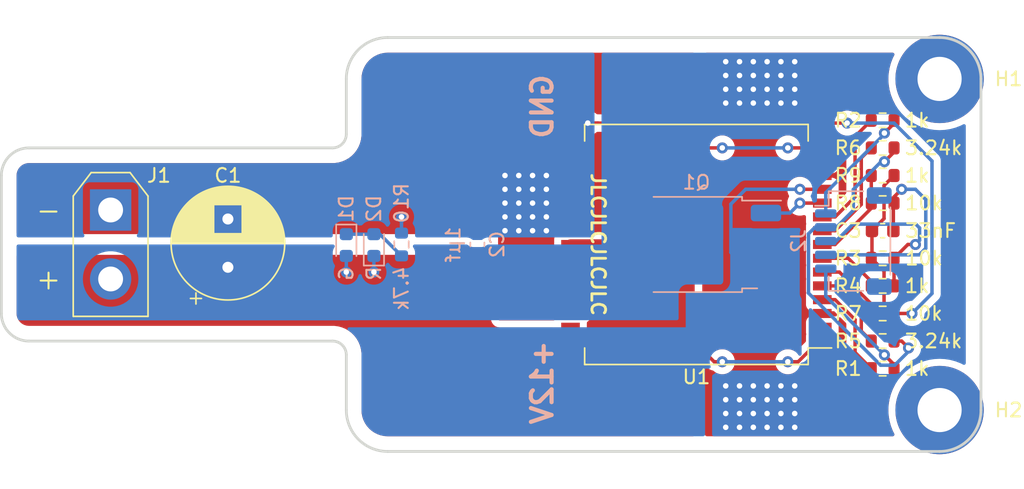
<source format=kicad_pcb>
(kicad_pcb (version 20221018) (generator pcbnew)
  (layers (0 "F.Cu" signal) (31 "B.Cu" signal) (34 "B.Paste" user) (35 "F.Paste" user) (36 "B.SilkS" user "B.Silkscreen") (37 "F.SilkS" user "F.Silkscreen") (38 "B.Mask" user) (39 "F.Mask" user) (44 "Edge.Cuts" user))
  (net 0 "")
  (net 1 "Net-(Q1-D)")
  (net 2 "GND")
  (net 3 "/CS")
  (net 4 "/INA")
  (net 5 "/EN")
  (net 6 "/INB")
  (net 7 "Net-(U1-INA)")
  (net 8 "/PWM")
  (net 9 "Net-(U1-INB)")
  (net 10 "Net-(U1-PWM)")
  (net 11 "Net-(U1-EN{slash}DIAGA)")
  (net 12 "Net-(U1-EN{slash}DIAGB)")
  (net 13 "Net-(U1-CS_DIS)")
  (net 14 "Net-(U1-CS)")
  (net 15 "/OUTA")
  (net 17 "/CP")
  (net 18 "+12V")
  (net 20 "/OUTB")
  (net 25 "Net-(D1-K)")
  (footprint "MountingHole:MountingHole_3.2mm_M3_Pad" (layer "F.Cu") (at 127 93)
    (fp_text reference "H1" (at 5 0) (layer "F.SilkS"))
    (fp_text value "MountingHole")
    (pad "1" thru_hole circle (at 0 0) (size 6.4 6.4) (drill 3.2) (layers "*.Cu" "*.Mask"))
  )
  (footprint "Resistor_SMD:R_0603_1608Metric" (layer "F.Cu") (at 122.875 106)
    (fp_text reference "R3" (at -2.5 0) (layer "F.SilkS"))
    (fp_text value "10k" (at 3 0) (layer "F.SilkS"))
    (pad "1" smd roundrect (at -0.825 0) (size 0.8 0.95) (layers "F.Cu" "F.Paste" "F.Mask") (net 2 "GND"))
    (pad "2" smd roundrect (at 0.825 0) (size 0.8 0.95) (layers "F.Cu" "F.Paste" "F.Mask") (net 8 "/PWM"))
  )
  (footprint "MountingHole:MountingHole_3.2mm_M3_Pad" (layer "F.Cu") (at 127 117)
    (fp_text reference "H2" (at 5 0) (layer "F.SilkS"))
    (fp_text value "MountingHole")
    (pad "1" thru_hole circle (at 0 0) (size 6.4 6.4) (drill 3.2) (layers "*.Cu" "*.Mask"))
  )
  (footprint "Resistor_SMD:R_0603_1608Metric" (layer "F.Cu") (at 122.875 108 180)
    (fp_text reference "R4" (at 2.5 0) (layer "F.SilkS"))
    (fp_text value "1k" (at -2.5 0) (layer "F.SilkS"))
    (pad "1" smd roundrect (at -0.825 0 180) (size 0.8 0.95) (layers "F.Cu" "F.Paste" "F.Mask") (net 8 "/PWM"))
    (pad "2" smd roundrect (at 0.825 0 180) (size 0.8 0.95) (layers "F.Cu" "F.Paste" "F.Mask") (net 10 "Net-(U1-PWM)"))
  )
  (footprint "Resistor_SMD:R_0603_1608Metric" (layer "F.Cu") (at 122.875 102 180)
    (fp_text reference "R8" (at 2.5 0) (layer "F.SilkS"))
    (fp_text value "10k" (at -3 0) (layer "F.SilkS"))
    (pad "1" smd roundrect (at -0.825 0 180) (size 0.8 0.95) (layers "F.Cu" "F.Paste" "F.Mask") (net 3 "/CS"))
    (pad "2" smd roundrect (at 0.825 0 180) (size 0.8 0.95) (layers "F.Cu" "F.Paste" "F.Mask") (net 14 "Net-(U1-CS)"))
  )
  (footprint "Resistor_SMD:R_0603_1608Metric" (layer "F.Cu") (at 122.875 98 180)
    (fp_text reference "R6" (at 2.5 0) (layer "F.SilkS"))
    (fp_text value "3.24k" (at -3.690476 0) (layer "F.SilkS"))
    (pad "1" smd roundrect (at -0.825 0 180) (size 0.8 0.95) (layers "F.Cu" "F.Paste" "F.Mask") (net 5 "/EN"))
    (pad "2" smd roundrect (at 0.825 0 180) (size 0.8 0.95) (layers "F.Cu" "F.Paste" "F.Mask") (net 12 "Net-(U1-EN{slash}DIAGB)"))
  )
  (footprint "Capacitor_THT:CP_Radial_D8.0mm_P3.50mm" (layer "F.Cu") (at 75.418036 106.652651 90)
    (fp_text reference "C1" (at 6.652651 0 180) (layer "F.SilkS"))
    (fp_text value "680µF")
    (pad "1" thru_hole rect (at 0 0 90) (size 1.6 1.6) (drill 0.8) (layers "*.Cu" "*.Mask") (net 1 "Net-(Q1-D)"))
    (pad "2" thru_hole circle (at 3.5 0 90) (size 1.6 1.6) (drill 0.8) (layers "*.Cu" "*.Mask") (net 2 "GND"))
  )
  (footprint "Package_SO:ST_MultiPowerSO-30" (layer "F.Cu") (at 109.375 105 180)
    (fp_text reference "U1" (at 0 -9.6) (layer "F.SilkS"))
    (fp_text value "VNH5019A-E")
    (pad "1" smd rect (at -9.125 -7 90) (size 0.66 1.35) (layers "F.Cu" "F.Paste" "F.Mask") (net 15 "/OUTA"))
    (pad "2" smd rect (at -9.125 -6 90) (size 0.66 1.35) (layers "F.Cu" "F.Paste" "F.Mask"))
    (pad "3" smd rect (at -9.125 -5 90) (size 0.66 1.35) (layers "F.Cu" "F.Paste" "F.Mask") (net 1 "Net-(Q1-D)"))
    (pad "4" smd rect (at -9.125 -4 90) (size 0.66 1.35) (layers "F.Cu" "F.Paste" "F.Mask") (net 7 "Net-(U1-INA)"))
    (pad "5" smd rect (at -9.125 -3 90) (size 0.66 1.35) (layers "F.Cu" "F.Paste" "F.Mask") (net 11 "Net-(U1-EN{slash}DIAGA)"))
    (pad "6" smd rect (at -9.125 -2 90) (size 0.66 1.35) (layers "F.Cu" "F.Paste" "F.Mask") (net 13 "Net-(U1-CS_DIS)"))
    (pad "7" smd rect (at -9.125 -1 90) (size 0.66 1.35) (layers "F.Cu" "F.Paste" "F.Mask") (net 10 "Net-(U1-PWM)"))
    (pad "8" smd rect (at -9.125 0 90) (size 0.66 1.35) (layers "F.Cu" "F.Paste" "F.Mask") (net 14 "Net-(U1-CS)"))
    (pad "9" smd rect (at -9.125 1 90) (size 0.66 1.35) (layers "F.Cu" "F.Paste" "F.Mask") (net 12 "Net-(U1-EN{slash}DIAGB)"))
    (pad "10" smd rect (at -9.125 2 90) (size 0.66 1.35) (layers "F.Cu" "F.Paste" "F.Mask") (net 9 "Net-(U1-INB)"))
    (pad "11" smd rect (at -9.125 3 90) (size 0.66 1.35) (layers "F.Cu" "F.Paste" "F.Mask") (net 17 "/CP"))
    (pad "12" smd rect (at -9.125 4 90) (size 0.66 1.35) (layers "F.Cu" "F.Paste" "F.Mask") (net 18 "+12V"))
    (pad "13" smd rect (at -9.125 5 90) (size 0.66 1.35) (layers "F.Cu" "F.Paste" "F.Mask") (net 1 "Net-(Q1-D)"))
    (pad "14" smd rect (at -9.125 6 90) (size 0.66 1.35) (layers "F.Cu" "F.Paste" "F.Mask"))
    (pad "15" smd rect (at -9.125 7 90) (size 0.66 1.35) (layers "F.Cu" "F.Paste" "F.Mask") (net 20 "/OUTB"))
    (pad "16" smd rect (at 9.125 7 90) (size 0.66 1.35) (layers "F.Cu" "F.Paste" "F.Mask") (net 20 "/OUTB"))
    (pad "17" smd rect (at 9.125 6 90) (size 0.66 1.35) (layers "F.Cu" "F.Paste" "F.Mask"))
    (pad "18" smd rect (at 9.125 5 90) (size 0.66 1.35) (layers "F.Cu" "F.Paste" "F.Mask") (net 2 "GND"))
    (pad "19" smd rect (at 9.125 4 90) (size 0.66 1.35) (layers "F.Cu" "F.Paste" "F.Mask") (net 2 "GND"))
    (pad "20" smd rect (at 9.125 3 90) (size 0.66 1.35) (layers "F.Cu" "F.Paste" "F.Mask") (net 2 "GND"))
    (pad "21" smd rect (at 9.125 2 90) (size 0.66 1.35) (layers "F.Cu" "F.Paste" "F.Mask") (net 20 "/OUTB"))
    (pad "22" smd rect (at 9.125 1 90) (size 0.66 1.35) (layers "F.Cu" "F.Paste" "F.Mask"))
    (pad "23" smd rect (at 9.125 0 90) (size 0.66 1.35) (layers "F.Cu" "F.Paste" "F.Mask") (net 1 "Net-(Q1-D)"))
    (pad "24" smd rect (at 9.125 -1 90) (size 0.66 1.35) (layers "F.Cu" "F.Paste" "F.Mask"))
    (pad "25" smd rect (at 9.125 -2 90) (size 0.66 1.35) (layers "F.Cu" "F.Paste" "F.Mask") (net 15 "/OUTA"))
    (pad "26" smd rect (at 9.125 -3 90) (size 0.66 1.35) (layers "F.Cu" "F.Paste" "F.Mask") (net 2 "GND"))
    (pad "27" smd rect (at 9.125 -4 90) (size 0.66 1.35) (layers "F.Cu" "F.Paste" "F.Mask") (net 2 "GND"))
    (pad "28" smd rect (at 9.125 -5 90) (size 0.66 1.35) (layers "F.Cu" "F.Paste" "F.Mask") (net 2 "GND"))
    (pad "29" smd rect (at 9.125 -6 90) (size 0.66 1.35) (layers "F.Cu" "F.Paste" "F.Mask"))
    (pad "30" smd rect (at 9.125 -7 90) (size 0.66 1.35) (layers "F.Cu" "F.Paste" "F.Mask") (net 15 "/OUTA"))
    (pad "31" smd rect (at -3.05 0 180) (size 5.25 10.3) (layers "F.Cu" "F.Paste" "F.Mask") (net 1 "Net-(Q1-D)"))
    (pad "32" smd rect (at 3.05 4.165 180) (size 5.25 6.23) (layers "F.Cu" "F.Paste" "F.Mask") (net 20 "/OUTB"))
    (pad "33" smd rect (at 3.05 -4.165 180) (size 5.25 6.23) (layers "F.Cu" "F.Paste" "F.Mask") (net 15 "/OUTA"))
  )
  (footprint "Resistor_SMD:R_0603_1608Metric" (layer "F.Cu") (at 122.875 112 180)
    (fp_text reference "R5" (at 2.5 0) (layer "F.SilkS"))
    (fp_text value "3.24k" (at -3.690476 0) (layer "F.SilkS"))
    (pad "1" smd roundrect (at -0.825 0 180) (size 0.8 0.95) (layers "F.Cu" "F.Paste" "F.Mask") (net 5 "/EN"))
    (pad "2" smd roundrect (at 0.825 0 180) (size 0.8 0.95) (layers "F.Cu" "F.Paste" "F.Mask") (net 11 "Net-(U1-EN{slash}DIAGA)"))
  )
  (footprint "Capacitor_SMD:C_0603_1608Metric" (layer "F.Cu") (at 122.875 104 180)
    (fp_text reference "C3" (at 2.5 0) (layer "F.SilkS"))
    (fp_text value "33nF" (at -3.47619 0) (layer "F.SilkS"))
    (pad "1" smd roundrect (at -0.775 0 180) (size 0.9 0.95) (layers "F.Cu" "F.Paste" "F.Mask") (net 3 "/CS"))
    (pad "2" smd roundrect (at 0.775 0 180) (size 0.9 0.95) (layers "F.Cu" "F.Paste" "F.Mask") (net 2 "GND"))
  )
  (footprint "Resistor_SMD:R_0603_1608Metric" (layer "F.Cu") (at 122.875 100 180)
    (fp_text reference "R9" (at 2.5 0) (layer "F.SilkS"))
    (fp_text value "1k" (at -2.5 0) (layer "F.SilkS"))
    (pad "1" smd roundrect (at -0.825 0 180) (size 0.8 0.95) (layers "F.Cu" "F.Paste" "F.Mask") (net 2 "GND"))
    (pad "2" smd roundrect (at 0.825 0 180) (size 0.8 0.95) (layers "F.Cu" "F.Paste" "F.Mask") (net 14 "Net-(U1-CS)"))
  )
  (footprint "Resistor_SMD:R_0603_1608Metric" (layer "F.Cu") (at 122.875 96 180)
    (fp_text reference "R2" (at 2.5 0) (layer "F.SilkS"))
    (fp_text value "1k" (at -2.5 0) (layer "F.SilkS"))
    (pad "1" smd roundrect (at -0.825 0 180) (size 0.8 0.95) (layers "F.Cu" "F.Paste" "F.Mask") (net 6 "/INB"))
    (pad "2" smd roundrect (at 0.825 0 180) (size 0.8 0.95) (layers "F.Cu" "F.Paste" "F.Mask") (net 9 "Net-(U1-INB)"))
  )
  (footprint "Resistor_SMD:R_0603_1608Metric" (layer "F.Cu") (at 122.875 114 180)
    (fp_text reference "R1" (at 2.5 0) (layer "F.SilkS"))
    (fp_text value "1k" (at -2.5 0) (layer "F.SilkS"))
    (pad "1" smd roundrect (at -0.825 0 180) (size 0.8 0.95) (layers "F.Cu" "F.Paste" "F.Mask") (net 4 "/INA"))
    (pad "2" smd roundrect (at 0.825 0 180) (size 0.8 0.95) (layers "F.Cu" "F.Paste" "F.Mask") (net 7 "Net-(U1-INA)"))
  )
  (footprint "Resistor_SMD:R_0603_1608Metric" (layer "F.Cu") (at 122.875 110 180)
    (fp_text reference "R7" (at 2.5 0) (layer "F.SilkS"))
    (fp_text value "10k" (at -2.976191 0) (layer "F.SilkS"))
    (pad "1" smd roundrect (at -0.825 0 180) (size 0.8 0.95) (layers "F.Cu" "F.Paste" "F.Mask") (net 2 "GND"))
    (pad "2" smd roundrect (at 0.825 0 180) (size 0.8 0.95) (layers "F.Cu" "F.Paste" "F.Mask") (net 13 "Net-(U1-CS_DIS)"))
  )
  (footprint "Connector_AMASS:AMASS_XT30UPB-F_1x02_P5.0mm_Vertical" (layer "F.Cu") (at 66.918036 102.5 -90)
    (fp_text reference "J1" (at -2.5 -3.5) (layer "F.SilkS"))
    (fp_text value "XT30UPBF")
    (fp_text user "+" (at 5 4.5) (layer "F.SilkS") (effects (font (size 1.5 1.5))))
    (fp_text user "-" (at 0 4.5) (layer "F.SilkS") (effects (font (size 1.5 1.5))))
    (pad "1" thru_hole rect (at 0 0 270) (size 3 3) (drill 1.8) (layers "*.Cu" "*.Mask") (net 20 "/OUTB"))
    (pad "2" thru_hole circle (at 5 0 270) (size 3 3) (drill 1.8) (layers "*.Cu" "*.Mask") (net 15 "/OUTA"))
  )
  (footprint "Diode_SMD:D_0603_1608Metric" (layer "B.Cu") (at 86 105.04 90)
    (fp_text reference "D2" (at 2.64 0 90) (layer "B.SilkS") (effects (justify mirror)))
    (fp_text value "R" (at -2.064762 0 90) (layer "B.SilkS") (effects (justify mirror)))
    (pad "1" smd roundrect (at -0.7875 0 90) (size 0.875 0.95) (layers "B.Cu" "B.Paste" "B.Mask") (net 15 "/OUTA"))
    (pad "2" smd roundrect (at 0.7875 0 90) (size 0.875 0.95) (layers "B.Cu" "B.Paste" "B.Mask") (net 25 "Net-(D1-K)"))
  )
  (footprint "Package_TO_SOT_SMD:TO-252-2" (layer "B.Cu") (at 109.375 105 180)
    (fp_text reference "Q1" (at 0 4.5) (layer "B.SilkS") (effects (justify mirror)))
    (fp_text value "Q_NMOS_GDS")
    (pad "1" smd roundrect (at -5.04 2.28 180) (size 2.2 1.2) (layers "B.Cu" "B.Paste" "B.Mask") (roundrect_rratio 0.2083333333) (net 17 "/CP"))
    (pad "2" smd roundrect (at -0.415 -1.525 180) (size 3.05 2.75) (layers "B.Cu" "B.Paste") (roundrect_rratio 0.09090909091) (net 1 "Net-(Q1-D)"))
    (pad "2" smd roundrect (at -0.415 1.525 180) (size 3.05 2.75) (layers "B.Cu" "B.Paste") (roundrect_rratio 0.09090909091) (net 1 "Net-(Q1-D)"))
    (pad "2" smd roundrect (at 1.26 0 180) (size 6.4 5.8) (layers "B.Cu" "B.Mask") (roundrect_rratio 0.04310293103) (net 1 "Net-(Q1-D)"))
    (pad "2" smd roundrect (at 2.935 -1.525 180) (size 3.05 2.75) (layers "B.Cu" "B.Paste") (roundrect_rratio 0.09090909091) (net 1 "Net-(Q1-D)"))
    (pad "2" smd roundrect (at 2.935 1.525 180) (size 3.05 2.75) (layers "B.Cu" "B.Paste") (roundrect_rratio 0.09090909091) (net 1 "Net-(Q1-D)"))
    (pad "3" smd roundrect (at -5.04 -2.28 180) (size 2.2 1.2) (layers "B.Cu" "B.Paste" "B.Mask") (roundrect_rratio 0.2083333333) (net 18 "+12V"))
  )
  (footprint "Connector_JST:JST_SH_SM05B-SRSS-TB_1x05-1MP_P1.00mm_Horizontal" (layer "B.Cu") (at 120.75 104.75 -90)
    (fp_text reference "J2" (at 0 3.98 90) (layer "B.SilkS") (effects (justify mirror)))
    (fp_text value "SH1.0 5P")
    (pad "1" smd roundrect (at -2 2 270) (size 0.6 1.55) (layers "B.Cu" "B.Paste" "B.Mask") (net 6 "/INB"))
    (pad "2" smd roundrect (at -1 2 270) (size 0.6 1.55) (layers "B.Cu" "B.Paste" "B.Mask") (net 5 "/EN"))
    (pad "3" smd roundrect (at 0 2 270) (size 0.6 1.55) (layers "B.Cu" "B.Paste" "B.Mask") (net 8 "/PWM"))
    (pad "4" smd roundrect (at 1 2 270) (size 0.6 1.55) (layers "B.Cu" "B.Paste" "B.Mask") (net 3 "/CS"))
    (pad "5" smd roundrect (at 2 2 270) (size 0.6 1.55) (layers "B.Cu" "B.Paste" "B.Mask") (net 4 "/INA"))
    (pad "MP" smd roundrect (at -3.3 -1.875 270) (size 1.2 1.8) (layers "B.Cu" "B.Paste" "B.Mask") (roundrect_rratio 0.2083333333))
    (pad "MP" smd roundrect (at 3.3 -1.875 270) (size 1.2 1.8) (layers "B.Cu" "B.Paste" "B.Mask") (roundrect_rratio 0.2083333333))
  )
  (footprint "Capacitor_SMD:C_0603_1608Metric" (layer "B.Cu") (at 93.5 105 90)
    (fp_text reference "C2" (at 0 1.43 90) (layer "B.SilkS") (effects (justify mirror)))
    (fp_text value "1µf" (at 0 -1.75 90) (layer "B.SilkS") (effects (justify mirror)))
    (pad "1" smd roundrect (at -0.775 0 90) (size 0.9 0.95) (layers "B.Cu" "B.Paste" "B.Mask") (net 1 "Net-(Q1-D)"))
    (pad "2" smd roundrect (at 0.775 0 90) (size 0.9 0.95) (layers "B.Cu" "B.Paste" "B.Mask") (net 2 "GND"))
  )
  (footprint "Connector_Wire:SolderWirePad_1x01_SMD_5x10mm" (layer "B.Cu") (at 91.5924 95 -90)
    (fp_text reference "J4" hide)
    (fp_text value "Conn_01x01_Female")
    (pad "1" smd rect (at 0 0 270) (size 5 10) (layers "B.Cu" "B.Paste" "B.Mask") (net 2 "GND"))
  )
  (footprint "Connector_Wire:SolderWirePad_1x01_SMD_5x10mm" (layer "B.Cu") (at 91.5924 115 -90)
    (fp_text reference "J3" hide)
    (fp_text value "Conn_01x01_Female")
    (pad "1" smd rect (at 0 0 270) (size 5 10) (layers "B.Cu" "B.Paste" "B.Mask") (net 18 "+12V"))
  )
  (footprint "Diode_SMD:D_0603_1608Metric" (layer "B.Cu") (at 84 105.04 -90)
    (fp_text reference "D1" (at -2.64 0 90) (layer "B.SilkS") (effects (justify mirror)))
    (fp_text value "G" (at 2.064762 0 90) (layer "B.SilkS") (effects (justify mirror)))
    (pad "1" smd roundrect (at -0.7875 0 270) (size 0.875 0.95) (layers "B.Cu" "B.Paste" "B.Mask") (net 25 "Net-(D1-K)"))
    (pad "2" smd roundrect (at 0.7875 0 270) (size 0.875 0.95) (layers "B.Cu" "B.Paste" "B.Mask") (net 15 "/OUTA"))
  )
  (footprint "Resistor_SMD:R_0603_1608Metric" (layer "B.Cu") (at 88 105 90)
    (fp_text reference "R10" (at 3 0 90) (layer "B.SilkS") (effects (justify mirror)))
    (fp_text value "4.7k" (at -3.2 0 90) (layer "B.SilkS") (effects (justify mirror)))
    (pad "1" smd roundrect (at -0.825 0 90) (size 0.8 0.95) (layers "B.Cu" "B.Paste" "B.Mask") (net 25 "Net-(D1-K)"))
    (pad "2" smd roundrect (at 0.825 0 90) (size 0.8 0.95) (layers "B.Cu" "B.Paste" "B.Mask") (net 20 "/OUTB"))
  )
  (gr_arc (start 83 112) (mid 83.707107 112.292893) (end 84 113) (stroke (width 0.2)) (layer "Edge.Cuts"))
  (gr_line (start 127 90) (end 87 90) (stroke (width 0.2)) (layer "Edge.Cuts"))
  (gr_line (start 130 117) (end 130 93) (stroke (width 0.2)) (layer "Edge.Cuts"))
  (gr_arc (start 61 112) (mid 59.585786 111.414214) (end 59 110) (stroke (width 0.2)) (layer "Edge.Cuts"))
  (gr_line (start 84 113) (end 84 117) (stroke (width 0.2)) (layer "Edge.Cuts"))
  (gr_line (start 84 93) (end 84 97) (stroke (width 0.2)) (layer "Edge.Cuts"))
  (gr_arc (start 84 97) (mid 83.707107 97.707107) (end 83 98) (stroke (width 0.2)) (layer "Edge.Cuts"))
  (gr_arc (start 127 90) (mid 129.12132 90.87868) (end 130 93) (stroke (width 0.2)) (layer "Edge.Cuts"))
  (gr_arc (start 130 117) (mid 129.12132 119.12132) (end 127 120) (stroke (width 0.2)) (layer "Edge.Cuts"))
  (gr_arc (start 59 100) (mid 59.585786 98.585786) (end 61 98) (stroke (width 0.2)) (layer "Edge.Cuts"))
  (gr_line (start 83 98) (end 61 98) (stroke (width 0.2)) (layer "Edge.Cuts"))
  (gr_line (start 87 120) (end 127 120) (stroke (width 0.2)) (layer "Edge.Cuts"))
  (gr_arc (start 87 120) (mid 84.87868 119.12132) (end 84 117) (stroke (width 0.2)) (layer "Edge.Cuts"))
  (gr_line (start 59 100) (end 59 110) (stroke (width 0.2)) (layer "Edge.Cuts"))
  (gr_line (start 61 112) (end 83 112) (stroke (width 0.2)) (layer "Edge.Cuts"))
  (gr_arc (start 84 93) (mid 84.87868 90.87868) (end 87 90) (stroke (width 0.2)) (layer "Edge.Cuts"))
  (gr_text "+12V" (at 98.2 115 90) (layer "B.SilkS") (effects (font (size 1.5 1.5) (thickness 0.3)) (justify mirror)))
  (gr_text "GND" (at 98.2 95 90) (layer "B.SilkS") (effects (font (size 1.5 1.5) (thickness 0.3)) (justify mirror)))
  (gr_text "JLCJLCJLCJLC" (at 102.25 105 270) (layer "F.SilkS") (effects (font (size 1 1) (thickness 0.2) bold)))
  (segment (start 112.425 105) (end 100.25 105) (width 0.75) (layer "F.Cu") (net 1))
  (via (at 112.5 115.25) (size 0.8) (drill 0.4) (layers "F.Cu" "B.Cu") (net 1))
  (via (at 114.5 116.25) (size 0.8) (drill 0.4) (layers "F.Cu" "B.Cu") (net 1))
  (via (at 116.5 93.75) (size 0.8) (drill 0.4) (layers "F.Cu" "B.Cu") (net 1))
  (via (at 113.5 117.25) (size 0.8) (drill 0.4) (layers "F.Cu" "B.Cu") (net 1))
  (via (at 115.5 116.25) (size 0.8) (drill 0.4) (layers "F.Cu" "B.Cu") (net 1))
  (via (at 116.5 91.75) (size 0.8) (drill 0.4) (layers "F.Cu" "B.Cu") (net 1))
  (via (at 113.5 116.25) (size 0.8) (drill 0.4) (layers "F.Cu" "B.Cu") (net 1))
  (via (at 113.5 92.75) (size 0.8) (drill 0.4) (layers "F.Cu" "B.Cu") (net 1))
  (via (at 114.5 93.75) (size 0.8) (drill 0.4) (layers "F.Cu" "B.Cu") (net 1))
  (via (at 114.5 94.75) (size 0.8) (drill 0.4) (layers "F.Cu" "B.Cu") (net 1))
  (via (at 115.5 118.25) (size 0.8) (drill 0.4) (layers "F.Cu" "B.Cu") (net 1))
  (via (at 115.5 117.25) (size 0.8) (drill 0.4) (layers "F.Cu" "B.Cu") (net 1))
  (via (at 112.5 91.75) (size 0.8) (drill 0.4) (layers "F.Cu" "B.Cu") (net 1))
  (via (at 112.5 116.25) (size 0.8) (drill 0.4) (layers "F.Cu" "B.Cu") (net 1))
  (via (at 115.5 93.75) (size 0.8) (drill 0.4) (layers "F.Cu" "B.Cu") (net 1))
  (via (at 111.5 118.25) (size 0.8) (drill 0.4) (layers "F.Cu" "B.Cu") (net 1))
  (via (at 112.5 118.25) (size 0.8) (drill 0.4) (layers "F.Cu" "B.Cu") (net 1))
  (via (at 111.5 94.75) (size 0.8) (drill 0.4) (layers "F.Cu" "B.Cu") (net 1))
  (via (at 116.5 94.75) (size 0.8) (drill 0.4) (layers "F.Cu" "B.Cu") (net 1))
  (via (at 116.5 92.75) (size 0.8) (drill 0.4) (layers "F.Cu" "B.Cu") (net 1))
  (via (at 112.5 94.75) (size 0.8) (drill 0.4) (layers "F.Cu" "B.Cu") (net 1))
  (via (at 111.5 93.75) (size 0.8) (drill 0.4) (layers "F.Cu" "B.Cu") (net 1))
  (via (at 113.5 118.25) (size 0.8) (drill 0.4) (layers "F.Cu" "B.Cu") (net 1))
  (via (at 111.5 115.25) (size 0.8) (drill 0.4) (layers "F.Cu" "B.Cu") (net 1))
  (via (at 116.5 116.25) (size 0.8) (drill 0.4) (layers "F.Cu" "B.Cu") (net 1))
  (via (at 113.5 115.25) (size 0.8) (drill 0.4) (layers "F.Cu" "B.Cu") (net 1))
  (via (at 114.5 92.75) (size 0.8) (drill 0.4) (layers "F.Cu" "B.Cu") (net 1))
  (via (at 114.5 115.25) (size 0.8) (drill 0.4) (layers "F.Cu" "B.Cu") (net 1))
  (via (at 115.5 94.75) (size 0.8) (drill 0.4) (layers "F.Cu" "B.Cu") (net 1))
  (via (at 115.5 92.75) (size 0.8) (drill 0.4) (layers "F.Cu" "B.Cu") (net 1))
  (via (at 114.5 91.75) (size 0.8) (drill 0.4) (layers "F.Cu" "B.Cu") (net 1))
  (via (at 112.5 93.75) (size 0.8) (drill 0.4) (layers "F.Cu" "B.Cu") (net 1))
  (via (at 113.5 91.75) (size 0.8) (drill 0.4) (layers "F.Cu" "B.Cu") (net 1))
  (via (at 111.5 92.75) (size 0.8) (drill 0.4) (layers "F.Cu" "B.Cu") (net 1))
  (via (at 116.5 115.25) (size 0.8) (drill 0.4) (layers "F.Cu" "B.Cu") (net 1))
  (via (at 113.5 94.75) (size 0.8) (drill 0.4) (layers "F.Cu" "B.Cu") (net 1))
  (via (at 114.5 118.25) (size 0.8) (drill 0.4) (layers "F.Cu" "B.Cu") (net 1))
  (via (at 115.5 115.25) (size 0.8) (drill 0.4) (layers "F.Cu" "B.Cu") (net 1))
  (via (at 111.5 117.25) (size 0.8) (drill 0.4) (layers "F.Cu" "B.Cu") (net 1))
  (via (at 111.5 116.25) (size 0.8) (drill 0.4) (layers "F.Cu" "B.Cu") (net 1))
  (via (at 111.5 91.75) (size 0.8) (drill 0.4) (layers "F.Cu" "B.Cu") (net 1))
  (via (at 112.5 117.25) (size 0.8) (drill 0.4) (layers "F.Cu" "B.Cu") (net 1))
  (via (at 116.5 117.25) (size 0.8) (drill 0.4) (layers "F.Cu" "B.Cu") (net 1))
  (via (at 113.5 93.75) (size 0.8) (drill 0.4) (layers "F.Cu" "B.Cu") (net 1))
  (via (at 112.5 92.75) (size 0.8) (drill 0.4) (layers "F.Cu" "B.Cu") (net 1))
  (via (at 116.5 118.25) (size 0.8) (drill 0.4) (layers "F.Cu" "B.Cu") (net 1))
  (via (at 115.5 91.75) (size 0.8) (drill 0.4) (layers "F.Cu" "B.Cu") (net 1))
  (via (at 114.5 117.25) (size 0.8) (drill 0.4) (layers "F.Cu" "B.Cu") (net 1))
  (segment (start 122.975 100.725) (end 123.7 100) (width 0.25) (layer "F.Cu") (net 2))
  (segment (start 122.1 104) (end 122.975 103.125) (width 0.25) (layer "F.Cu") (net 2))
  (segment (start 123.7 110) (end 122.975 109.275) (width 0.25) (layer "F.Cu") (net 2))
  (segment (start 123.7 110) (end 125 110) (width 0.25) (layer "F.Cu") (net 2))
  (segment (start 122.975 106.925) (end 122.05 106) (width 0.25) (layer "F.Cu") (net 2))
  (segment (start 100.25 102) (end 100.25 101) (width 0.25) (layer "F.Cu") (net 2))
  (segment (start 122.975 109.275) (end 122.975 106.925) (width 0.25) (layer "F.Cu") (net 2))
  (segment (start 100.5 110) (end 100.5 109) (width 0.25) (layer "F.Cu") (net 2))
  (segment (start 100.5 109) (end 100.5 108) (width 0.25) (layer "F.Cu") (net 2))
  (segment (start 101.5 96.2005) (end 102.25 96.2005) (width 0.25) (layer "F.Cu") (net 2))
  (segment (start 100.25 101) (end 100.25 100) (width 0.25) (layer "F.Cu") (net 2))
  (segment (start 122.1 105.95) (end 122.05 106) (width 0.25) (layer "F.Cu") (net 2))
  (segment (start 122.1 104) (end 122.1 105.95) (width 0.25) (layer "F.Cu") (net 2))
  (segment (start 120.299502 96.2005) (end 102.25 96.2005) (width 0.25) (layer "F.Cu") (net 2))
  (segment (start 122.975 103.125) (end 122.975 100.725) (width 0.25) (layer "F.Cu") (net 2))
  (segment (start 102.25 96.2005) (end 101.952153 96.2005) (width 0.25) (layer "F.Cu") (net 2))
  (via (at 97.5 102) (size 0.8) (drill 0.4) (layers "F.Cu" "B.Cu") (net 2))
  (via (at 98.5 103) (size 0.8) (drill 0.4) (layers "F.Cu" "B.Cu") (net 2))
  (via (at 98.5 100) (size 0.8) (drill 0.4) (layers "F.Cu" "B.Cu") (net 2))
  (via (at 95.5 104) (size 0.8) (drill 0.4) (layers "F.Cu" "B.Cu") (net 2))
  (via (at 95.5 101) (size 0.8) (drill 0.4) (layers "F.Cu" "B.Cu") (net 2))
  (via (at 95.5 103) (size 0.8) (drill 0.4) (layers "F.Cu" "B.Cu") (net 2))
  (via (at 97.5 100) (size 0.8) (drill 0.4) (layers "F.Cu" "B.Cu") (net 2))
  (via (at 97.5 103) (size 0.8) (drill 0.4) (layers "F.Cu" "B.Cu") (net 2))
  (via (at 98.5 102) (size 0.8) (drill 0.4) (layers "F.Cu" "B.Cu") (net 2))
  (via (at 98.5 104) (size 0.8) (drill 0.4) (layers "F.Cu" "B.Cu") (net 2))
  (via (at 98.5 101) (size 0.8) (drill 0.4) (layers "F.Cu" "B.Cu") (net 2))
  (via (at 96.5 104) (size 0.8) (drill 0.4) (layers "F.Cu" "B.Cu") (net 2))
  (via (at 95.5 100) (size 0.8) (drill 0.4) (layers "F.Cu" "B.Cu") (net 2))
  (via (at 96.5 100) (size 0.8) (drill 0.4) (layers "F.Cu" "B.Cu") (net 2))
  (via (at 125 110) (size 0.8) (drill 0.4) (layers "F.Cu" "B.Cu") (net 2))
  (via (at 101.5 96.2005) (size 0.8) (drill 0.4) (layers "F.Cu" "B.Cu") (net 2))
  (via (at 95.5 102) (size 0.8) (drill 0.4) (layers "F.Cu" "B.Cu") (net 2))
  (via (at 97.5 104) (size 0.8) (drill 0.4) (layers "F.Cu" "B.Cu") (net 2))
  (via (at 96.5 102) (size 0.8) (drill 0.4) (layers "F.Cu" "B.Cu") (net 2))
  (via (at 96.5 103) (size 0.8) (drill 0.4) (layers "F.Cu" "B.Cu") (net 2))
  (via (at 96.5 101) (size 0.8) (drill 0.4) (layers "F.Cu" "B.Cu") (net 2))
  (via (at 97.5 101) (size 0.8) (drill 0.4) (layers "F.Cu" "B.Cu") (net 2))
  (via (at 120.2995 96.2005) (size 0.8) (drill 0.4) (layers "F.Cu" "B.Cu") (net 2))
  (segment (start 125 110) (end 126.45 108.55) (width 0.25) (layer "B.Cu") (net 2))
  (segment (start 126.45 98.95) (end 123.7005 96.2005) (width 0.25) (layer "B.Cu") (net 2))
  (segment (start 126.45 108.55) (end 126.45 98.95) (width 0.25) (layer "B.Cu") (net 2))
  (segment (start 123.7005 96.2005) (end 120.2995 96.2005) (width 0.25) (layer "B.Cu") (net 2))
  (segment (start 123.65 102.05) (end 123.7 102) (width 0.25) (layer "F.Cu") (net 3))
  (segment (start 124.25 101) (end 123.7 101.55) (width 0.25) (layer "F.Cu") (net 3))
  (segment (start 123.7 101.55) (end 123.7 102) (width 0.25) (layer "F.Cu") (net 3))
  (segment (start 123.65 104) (end 123.65 102.05) (width 0.25) (layer "F.Cu") (net 3))
  (via (at 124.25 101) (size 0.8) (drill 0.4) (layers "F.Cu" "B.Cu") (net 3))
  (segment (start 118.75 105.75) (end 123 105.75) (width 0.25) (layer "B.Cu") (net 3))
  (segment (start 126 101.75) (end 126 105.275305) (width 0.25) (layer "B.Cu") (net 3))
  (segment (start 124.25 101) (end 125.25 101) (width 0.25) (layer "B.Cu") (net 3))
  (segment (start 123 105.75) (end 122.75 105.75) (width 0.25) (layer "B.Cu") (net 3))
  (segment (start 126 105.275305) (end 125.525305 105.75) (width 0.25) (layer "B.Cu") (net 3))
  (segment (start 125.525305 105.75) (end 123 105.75) (width 0.25) (layer "B.Cu") (net 3))
  (segment (start 125.25 101) (end 126 101.75) (width 0.25) (layer "B.Cu") (net 3))
  (segment (start 123.7 113.7) (end 123.7 114) (width 0.25) (layer "F.Cu") (net 4))
  (segment (start 123 113) (end 123.7 113.7) (width 0.25) (layer "F.Cu") (net 4))
  (via (at 123 113) (size 0.8) (drill 0.4) (layers "F.Cu" "B.Cu") (net 4))
  (segment (start 123 113) (end 118.75 108.75) (width 0.25) (layer "B.Cu") (net 4))
  (segment (start 118.75 108.75) (end 118.75 106.75) (width 0.25) (layer "B.Cu") (net 4))
  (segment (start 123.7 98) (end 123.7 98.3) (width 0.25) (layer "F.Cu") (net 5))
  (segment (start 124.25 112) (end 123.7 112) (width 0.25) (layer "F.Cu") (net 5))
  (segment (start 124.75 112.5) (end 124.25 112) (width 0.25) (layer "F.Cu") (net 5))
  (segment (start 123.7 98.3) (end 123 99) (width 0.25) (layer "F.Cu") (net 5))
  (via (at 123 99) (size 0.8) (drill 0.4) (layers "F.Cu" "B.Cu") (net 5))
  (via (at 124.75 112.5) (size 0.8) (drill 0.4) (layers "F.Cu" "B.Cu") (net 5))
  (segment (start 120.75 102.524999) (end 120.75 101.011827) (width 0.25) (layer "B.Cu") (net 5))
  (segment (start 118.75 103.75) (end 119.524999 103.75) (width 0.25) (layer "B.Cu") (net 5))
  (segment (start 123.75 113.75) (end 122.724695 113.75) (width 0.25) (layer "B.Cu") (net 5))
  (segment (start 119.524999 103.75) (end 120.75 102.524999) (width 0.25) (layer "B.Cu") (net 5))
  (segment (start 117.975001 103.75) (end 117.5 104.225001) (width 0.25) (layer "B.Cu") (net 5))
  (segment (start 120.75 101.011827) (end 122.761827 99) (width 0.25) (layer "B.Cu") (net 5))
  (segment (start 122.761827 99) (end 123 99) (width 0.25) (layer "B.Cu") (net 5))
  (segment (start 122.724695 113.75) (end 117.5 108.525305) (width 0.25) (layer "B.Cu") (net 5))
  (segment (start 117.5 104.225001) (end 117.5 105) (width 0.25) (layer "B.Cu") (net 5))
  (segment (start 117.5 108.525305) (end 117.5 105) (width 0.25) (layer "B.Cu") (net 5))
  (segment (start 118.75 103.75) (end 117.975001 103.75) (width 0.25) (layer "B.Cu") (net 5))
  (segment (start 124.75 112.75) (end 123.75 113.75) (width 0.25) (layer "B.Cu") (net 5))
  (segment (start 124.75 112.5) (end 124.75 112.75) (width 0.25) (layer "B.Cu") (net 5))
  (segment (start 123 96.9255) (end 123.7 96.2255) (width 0.25) (layer "F.Cu") (net 6))
  (segment (start 123.7 96.2255) (end 123.7 96) (width 0.25) (layer "F.Cu") (net 6))
  (via (at 123 96.9255) (size 0.8) (drill 0.4) (layers "F.Cu" "B.Cu") (net 6))
  (segment (start 118.75 101.25) (end 118.75 102.75) (width 0.25) (layer "B.Cu") (net 6))
  (segment (start 123 97) (end 118.75 101.25) (width 0.25) (layer "B.Cu") (net 6))
  (segment (start 123 96.9255) (end 123 97) (width 0.25) (layer "B.Cu") (net 6))
  (segment (start 119.425 109) (end 120.875 110.45) (width 0.25) (layer "F.Cu") (net 7))
  (segment (start 120.875 110.45) (end 120.875 112.825) (width 0.25) (layer "F.Cu") (net 7))
  (segment (start 120.875 112.825) (end 122.05 114) (width 0.25) (layer "F.Cu") (net 7))
  (segment (start 118.5 109) (end 119.425 109) (width 0.25) (layer "F.Cu") (net 7))
  (segment (start 124.7 105) (end 123.7 106) (width 0.25) (layer "F.Cu") (net 8))
  (segment (start 123.7 106) (end 123.7 108) (width 0.25) (layer "F.Cu") (net 8))
  (segment (start 125.25 105) (end 124.7 105) (width 0.25) (layer "F.Cu") (net 8))
  (via (at 125.25 105) (size 0.8) (drill 0.4) (layers "F.Cu" "B.Cu") (net 8))
  (segment (start 119.5 104.75) (end 120.725 103.525) (width 0.25) (layer "B.Cu") (net 8))
  (segment (start 118.75 104.75) (end 119.5 104.75) (width 0.25) (layer "B.Cu") (net 8))
  (segment (start 125.275 103.525) (end 125.55048 103.80048) (width 0.25) (layer "B.Cu") (net 8))
  (segment (start 120.725 103.525) (end 125.275 103.525) (width 0.25) (layer "B.Cu") (net 8))
  (segment (start 125.55048 104.69952) (end 125.25 105) (width 0.25) (layer "B.Cu") (net 8))
  (segment (start 125.55048 103.80048) (end 125.55048 104.69952) (width 0.25) (layer "B.Cu") (net 8))
  (segment (start 120.875 101.55) (end 120.875 97.175) (width 0.25) (layer "F.Cu") (net 9))
  (segment (start 118.5 103) (end 119.425 103) (width 0.25) (layer "F.Cu") (net 9))
  (segment (start 120.875 97.175) (end 122.05 96) (width 0.25) (layer "F.Cu") (net 9))
  (segment (start 119.425 103) (end 120.875 101.55) (width 0.25) (layer "F.Cu") (net 9))
  (segment (start 122.05 107.675) (end 120.375 106) (width 0.25) (layer "F.Cu") (net 10))
  (segment (start 122.05 108) (end 122.05 107.675) (width 0.25) (layer "F.Cu") (net 10))
  (segment (start 120.375 106) (end 118.5 106) (width 0.25) (layer "F.Cu") (net 10))
  (segment (start 121.325 111.275) (end 121.325 109.586396) (width 0.25) (layer "F.Cu") (net 11))
  (segment (start 121.325 109.586396) (end 119.738604 108) (width 0.25) (layer "F.Cu") (net 11))
  (segment (start 122.05 112) (end 121.325 111.275) (width 0.25) (layer "F.Cu") (net 11))
  (segment (start 119.738604 108) (end 118.5 108) (width 0.25) (layer "F.Cu") (net 11))
  (segment (start 118.5 104) (end 119.425 104) (width 0.25) (layer "F.Cu") (net 12))
  (segment (start 121.325 102.1) (end 121.325 98.725) (width 0.25) (layer "F.Cu") (net 12))
  (segment (start 121.325 98.725) (end 122.05 98) (width 0.25) (layer "F.Cu") (net 12))
  (segment (start 119.425 104) (end 121.325 102.1) (width 0.25) (layer "F.Cu") (net 12))
  (segment (start 122.05 109.311396) (end 122.05 110) (width 0.25) (layer "F.Cu") (net 13))
  (segment (start 119.738604 107) (end 122.05 109.311396) (width 0.25) (layer "F.Cu") (net 13))
  (segment (start 118.5 107) (end 119.738604 107) (width 0.25) (layer "F.Cu") (net 13))
  (segment (start 122.05 102) (end 122.05 100) (width 0.25) (layer "F.Cu") (net 14))
  (segment (start 119.425 105) (end 122.05 102.375) (width 0.25) (layer "F.Cu") (net 14))
  (segment (start 118.5 105) (end 119.425 105) (width 0.25) (layer "F.Cu") (net 14))
  (segment (start 122.05 102.375) (end 122.05 102) (width 0.25) (layer "F.Cu") (net 14))
  (segment (start 111.25 113.5) (end 110.66 113.5) (width 0.25) (layer "F.Cu") (net 15))
  (segment (start 118.25 112) (end 116.75 113.5) (width 0.25) (layer "F.Cu") (net 15))
  (segment (start 110.66 113.5) (end 106.325 109.165) (width 0.25) (layer "F.Cu") (net 15))
  (segment (start 118.5 112) (end 118.25 112) (width 0.25) (layer "F.Cu") (net 15))
  (segment (start 116.75 113.5) (end 116 113.5) (width 0.25) (layer "F.Cu") (net 15))
  (via (at 86 107) (size 0.8) (drill 0.4) (layers "F.Cu" "B.Cu") (net 15))
  (via (at 84 107) (size 0.8) (drill 0.4) (layers "F.Cu" "B.Cu") (net 15))
  (via (at 111.25 113.5) (size 0.8) (drill 0.4) (layers "F.Cu" "B.Cu") (net 15))
  (via (at 116 113.5) (size 0.8) (drill 0.4) (layers "F.Cu" "B.Cu") (net 15))
  (segment (start 86 105.8275) (end 86 107) (width 0.25) (layer "B.Cu") (net 15))
  (segment (start 84 105.8275) (end 84 107) (width 0.25) (layer "B.Cu") (net 15))
  (segment (start 116 113.5) (end 111.25 113.5) (width 0.25) (layer "B.Cu") (net 15))
  (segment (start 118.5 102) (end 116.875 102) (width 0.25) (layer "F.Cu") (net 17))
  (via (at 116.875 102) (size 0.8) (drill 0.4) (layers "F.Cu" "B.Cu") (net 17))
  (segment (start 113.575 102.72) (end 116.155 102.72) (width 0.25) (layer "B.Cu") (net 17))
  (segment (start 116.155 102.72) (end 116.875 102) (width 0.25) (layer "B.Cu") (net 17))
  (segment (start 118.5 101) (end 116.875 101) (width 0.25) (layer "F.Cu") (net 18))
  (via (at 116.875 101) (size 0.8) (drill 0.4) (layers "F.Cu" "B.Cu") (net 18))
  (segment (start 111.875 102.07) (end 111.875 105.58) (width 0.25) (layer "B.Cu") (net 18))
  (segment (start 112.945 101) (end 111.875 102.07) (width 0.25) (layer "B.Cu") (net 18))
  (segment (start 111.875 105.58) (end 113.575 107.28) (width 0.25) (layer "B.Cu") (net 18))
  (segment (start 116.875 101) (end 112.945 101) (width 0.25) (layer "B.Cu") (net 18))
  (segment (start 111.25 98) (end 109.16 98) (width 0.25) (layer "F.Cu") (net 20))
  (segment (start 109.16 98) (end 106.325 100.835) (width 0.25) (layer "F.Cu") (net 20))
  (segment (start 116 98) (end 118.5 98) (width 0.25) (layer "F.Cu") (net 20))
  (via (at 116 98) (size 0.8) (drill 0.4) (layers "F.Cu" "B.Cu") (net 20))
  (via (at 88 103) (size 0.8) (drill 0.4) (layers "F.Cu" "B.Cu") (net 20))
  (via (at 111.25 98) (size 0.8) (drill 0.4) (layers "F.Cu" "B.Cu") (net 20))
  (segment (start 111.25 98) (end 116 98) (width 0.25) (layer "B.Cu") (net 20))
  (segment (start 88 104.175) (end 88 103) (width 0.25) (layer "B.Cu") (net 20))
  (segment (start 88 105.825) (end 86.4275 104.2525) (width 0.25) (layer "B.Cu") (net 25))
  (segment (start 86.4275 104.2525) (end 86 104.2525) (width 0.25) (layer "B.Cu") (net 25))
  (segment (start 84 104.2525) (end 86 104.2525) (width 0.25) (layer "B.Cu") (net 25))
  (zone (net 20) (net_name "/OUTB") (layer "F.Cu") (connect_pads yes (clearance 0.508)) (min_thickness 0.254) (fill yes (thermal_gap 0.508) (thermal_bridge_width 0.508))
    (polygon (pts (xy 109.25 104.25) (xy 59 104.25) (xy 59 89.5) (xy 109.25 89.5)))
  )
  (zone (net 15) (net_name "/OUTA") (layer "F.Cu") (connect_pads yes (clearance 0.508)) (min_thickness 0.254) (fill yes (thermal_gap 0.508) (thermal_bridge_width 0.508))
    (polygon (pts (xy 109.25 120.5) (xy 59 120.5) (xy 59 105.75) (xy 109.25 105.75)))
  )
  (zone (net 2) (net_name "GND") (layer "F.Cu") (priority 3) (connect_pads yes (clearance 0.508)) (min_thickness 0.254) (fill yes (thermal_gap 0.508) (thermal_bridge_width 0.508))
    (polygon (pts (xy 101.25 110.5) (xy 95 110.5) (xy 95 107.5) (xy 101.25 107.5)))
  )
  (zone (net 1) (net_name "Net-(Q1-D)") (layer "F.Cu") (connect_pads yes (clearance 0.508)) (min_thickness 0.254) (fill yes (thermal_gap 0.508) (thermal_bridge_width 0.508))
    (polygon (pts (xy 130 120.5) (xy 110 120.5) (xy 110 89.5) (xy 130 89.5)))
  )
  (zone (net 2) (net_name "GND") (layer "F.Cu") (priority 3) (connect_pads yes (clearance 0.508)) (min_thickness 0.254) (fill yes (thermal_gap 0.508) (thermal_bridge_width 0.508))
    (polygon (pts (xy 101.25 110.5) (xy 95 110.5) (xy 95 99.5) (xy 101.25 99.5)))
  )
  (zone (net 1) (net_name "Net-(Q1-D)") (layer "B.Cu") (priority 1) (connect_pads yes (clearance 0.508)) (min_thickness 0.254) (fill yes (thermal_gap 0.508) (thermal_bridge_width 0.508))
    (polygon (pts (xy 130 120.5) (xy 99.5 120.5) (xy 99.5 110.5) (xy 59 110.5) (xy 59 105) (xy 102.5 105) (xy 102.5 89.5) (xy 130 89.5)))
  )
  (zone (net 18) (net_name "+12V") (layer "B.Cu") (priority 2) (connect_pads yes (clearance 0.508)) (min_thickness 0.254) (fill yes (thermal_gap 0.508) (thermal_bridge_width 0.508))
    (polygon (pts (xy 117 114) (xy 110 114) (xy 110 120.6) (xy 84 120.6) (xy 84 111) (xy 108.6 111) (xy 108.6 103.8) (xy 117 103.8)))
  )
  (zone (net 2) (net_name "GND") (layer "B.Cu") (connect_pads yes (clearance 0.508)) (min_thickness 0.254) (fill yes (thermal_gap 0.508) (thermal_bridge_width 0.508))
    (polygon (pts (xy 103.5 105) (xy 59 105) (xy 59 89.5) (xy 103.5 89.5)))
  )
)
</source>
